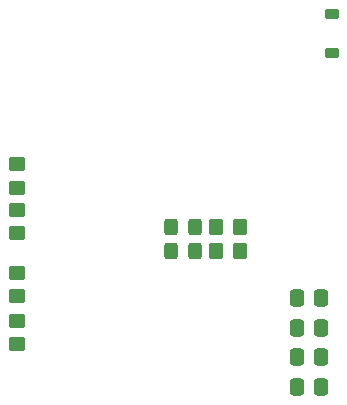
<source format=gbr>
%TF.GenerationSoftware,KiCad,Pcbnew,8.0.1*%
%TF.CreationDate,2024-09-10T20:12:53-04:00*%
%TF.ProjectId,SmartLED_Shield_Breakout,536d6172-744c-4454-945f-536869656c64,1.1*%
%TF.SameCoordinates,Original*%
%TF.FileFunction,Paste,Top*%
%TF.FilePolarity,Positive*%
%FSLAX46Y46*%
G04 Gerber Fmt 4.6, Leading zero omitted, Abs format (unit mm)*
G04 Created by KiCad (PCBNEW 8.0.1) date 2024-09-10 20:12:53*
%MOMM*%
%LPD*%
G01*
G04 APERTURE LIST*
G04 Aperture macros list*
%AMRoundRect*
0 Rectangle with rounded corners*
0 $1 Rounding radius*
0 $2 $3 $4 $5 $6 $7 $8 $9 X,Y pos of 4 corners*
0 Add a 4 corners polygon primitive as box body*
4,1,4,$2,$3,$4,$5,$6,$7,$8,$9,$2,$3,0*
0 Add four circle primitives for the rounded corners*
1,1,$1+$1,$2,$3*
1,1,$1+$1,$4,$5*
1,1,$1+$1,$6,$7*
1,1,$1+$1,$8,$9*
0 Add four rect primitives between the rounded corners*
20,1,$1+$1,$2,$3,$4,$5,0*
20,1,$1+$1,$4,$5,$6,$7,0*
20,1,$1+$1,$6,$7,$8,$9,0*
20,1,$1+$1,$8,$9,$2,$3,0*%
G04 Aperture macros list end*
%ADD10RoundRect,0.250000X0.350000X0.450000X-0.350000X0.450000X-0.350000X-0.450000X0.350000X-0.450000X0*%
%ADD11RoundRect,0.250000X-0.325000X-0.450000X0.325000X-0.450000X0.325000X0.450000X-0.325000X0.450000X0*%
%ADD12RoundRect,0.250000X0.450000X-0.350000X0.450000X0.350000X-0.450000X0.350000X-0.450000X-0.350000X0*%
%ADD13RoundRect,0.225000X0.375000X-0.225000X0.375000X0.225000X-0.375000X0.225000X-0.375000X-0.225000X0*%
%ADD14RoundRect,0.250000X0.337500X0.475000X-0.337500X0.475000X-0.337500X-0.475000X0.337500X-0.475000X0*%
%ADD15RoundRect,0.250000X-0.450000X0.350000X-0.450000X-0.350000X0.450000X-0.350000X0.450000X0.350000X0*%
G04 APERTURE END LIST*
D10*
%TO.C,R6*%
X146970000Y-109252000D03*
X144970000Y-109252000D03*
%TD*%
D11*
%TO.C,LED1*%
X141135000Y-111284000D03*
X143185000Y-111284000D03*
%TD*%
D12*
%TO.C,R3*%
X128048000Y-115078000D03*
X128048000Y-113078000D03*
%TD*%
D13*
%TO.C,D1*%
X154718000Y-94520000D03*
X154718000Y-91220000D03*
%TD*%
D10*
%TO.C,R5*%
X146970000Y-111284000D03*
X144970000Y-111284000D03*
%TD*%
D14*
%TO.C,C4*%
X153865500Y-115250000D03*
X151790500Y-115250000D03*
%TD*%
%TO.C,C3*%
X153865500Y-117750000D03*
X151790500Y-117750000D03*
%TD*%
D15*
%TO.C,R4*%
X128048000Y-117142000D03*
X128048000Y-119142000D03*
%TD*%
D14*
%TO.C,C2*%
X153865500Y-120250000D03*
X151790500Y-120250000D03*
%TD*%
D11*
%TO.C,LED2*%
X141135000Y-109252000D03*
X143185000Y-109252000D03*
%TD*%
D12*
%TO.C,R2*%
X128048000Y-109744000D03*
X128048000Y-107744000D03*
%TD*%
D15*
%TO.C,R1*%
X128048000Y-103900000D03*
X128048000Y-105900000D03*
%TD*%
D14*
%TO.C,C1*%
X153865500Y-122750000D03*
X151790500Y-122750000D03*
%TD*%
M02*

</source>
